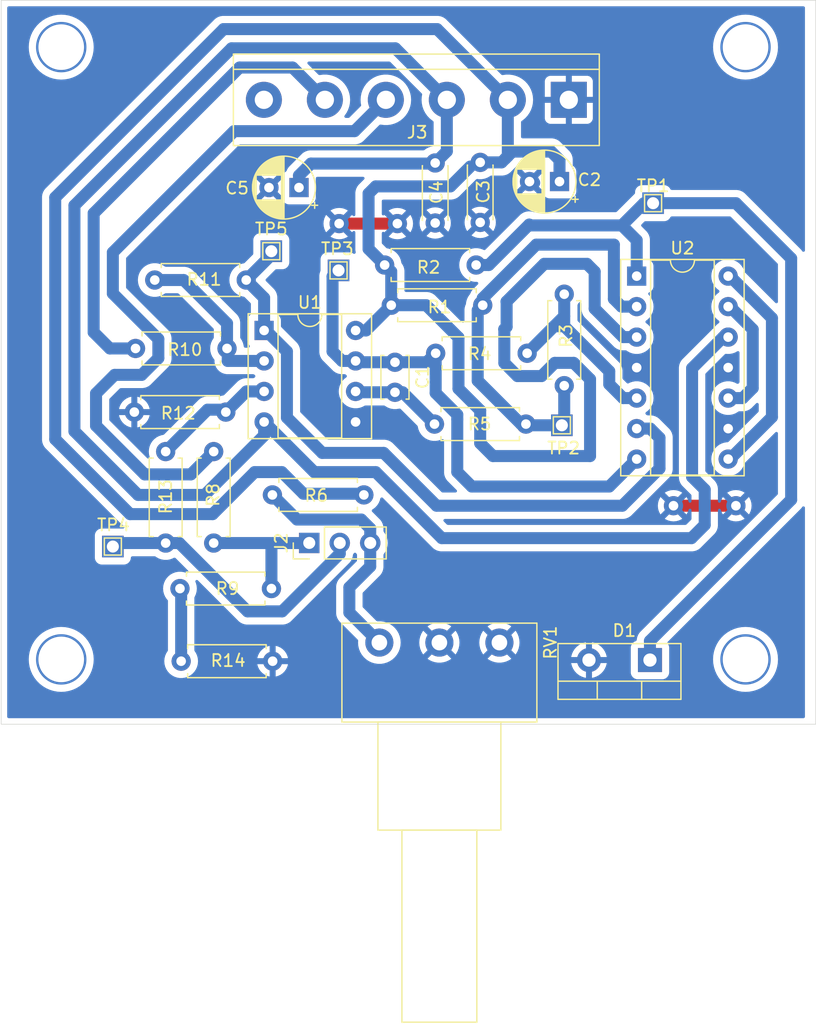
<source format=kicad_pcb>
(kicad_pcb (version 20240108) (generator "pcbnew") (generator_version "8.0")
  (layers (0 "F.Cu" signal) (31 "B.Cu" signal) (34 "B.Paste" user) (35 "F.Paste" user) (36 "B.SilkS" user "B.Silkscreen") (37 "F.SilkS" user "F.Silkscreen") (38 "B.Mask" user) (39 "F.Mask" user) (44 "Edge.Cuts" user))
  (net 0 "")
  (net 1 "Net-(U1B--)")
  (net 2 "Vcc")
  (net 3 "0")
  (net 4 "Vo")
  (net 5 "Vsin")
  (net 6 "Net-(J2-Pin_3)")
  (net 7 "Net-(U1A-+)")
  (net 8 "Net-(U1A--)")
  (net 9 "-Vcc")
  (net 10 "Net-(J2-Pin_1)")
  (net 11 "Net-(U2A-+)")
  (net 12 "Net-(R14-Pad1)")
  (net 13 "Vref")
  (net 14 "Net-(U2D--)")
  (net 15 "Net-(U2C--)")
  (net 16 "Vtriang")
  (net 17 "Vcuad")
  (net 18 "Verr")
  (net 19 "Vcomp")
  (footprint "TestPoint:TestPoint_THTPad_1.3x1.3mm_Drill0.7mm" (layer "F.Cu") (at 139.1 81.6)
    (property "Reference" "TP3" (at -0.1 -1.8 0) (layer "F.SilkS"))
    (property "Value" "Vtriang")
    (pad "1" thru_hole rect (at 0 0) (size 1.8 1.8) (drill 1) (layers "*.Cu" "*.Mask") (net 16 "Vtriang"))
  )
  (footprint "Package_DIP:DIP-8_W7.62mm_Socket" (layer "F.Cu") (at 132.9 86.6)
    (property "Reference" "U1" (at 3.81 -2.33 0) (layer "F.SilkS"))
    (property "Value" "TL082")
    (pad "1" thru_hole rect (at 0 0) (size 1.6 1.6) (drill 0.8) (layers "*.Cu" "*.Mask") (net 18 "Verr"))
    (pad "2" thru_hole oval (at 0 2.54) (size 1.6 1.6) (drill 0.8) (layers "*.Cu" "*.Mask") (net 8 "Net-(U1A--)"))
    (pad "3" thru_hole oval (at 0 5.08) (size 1.6 1.6) (drill 0.8) (layers "*.Cu" "*.Mask") (net 7 "Net-(U1A-+)"))
    (pad "4" thru_hole oval (at 0 7.62) (size 1.6 1.6) (drill 0.8) (layers "*.Cu" "*.Mask") (net 9 "-Vcc"))
    (pad "5" thru_hole oval (at 7.62 7.62) (size 1.6 1.6) (drill 0.8) (layers "*.Cu" "*.Mask") (net 3 "0"))
    (pad "6" thru_hole oval (at 7.62 5.08) (size 1.6 1.6) (drill 0.8) (layers "*.Cu" "*.Mask") (net 1 "Net-(U1B--)"))
    (pad "7" thru_hole oval (at 7.62 2.54) (size 1.6 1.6) (drill 0.8) (layers "*.Cu" "*.Mask") (net 16 "Vtriang"))
    (pad "8" thru_hole oval (at 7.62 0) (size 1.6 1.6) (drill 0.8) (layers "*.Cu" "*.Mask") (net 2 "Vcc"))
  )
  (footprint "" (layer "F.Cu") (at 144 77.7)
    (property "Reference" "" (at 0 0 0) (layer "F.SilkS") (effects (font (size 1.27 1.27))))
    (property "Value" "")
    (pad "2" thru_hole circle (at 0 0 270) (size 1.6 1.6) (drill 0.8) (layers "*.Cu" "*.Mask") (net 3 "0"))
  )
  (footprint "Resistor_THT:R_Axial_DIN0207_L6.3mm_D2.5mm_P7.62mm_Horizontal" (layer "F.Cu") (at 141.21 100.3 180)
    (property "Reference" "R6" (at 3.96 -0.05 0) (layer "F.SilkS"))
    (property "Value" "8,2k")
    (pad "1" thru_hole circle (at 0 0 180) (size 1.6 1.6) (drill 0.8) (layers "*.Cu" "*.Mask") (net 2 "Vcc"))
    (pad "2" thru_hole oval (at 7.62 0 180) (size 1.6 1.6) (drill 0.8) (layers "*.Cu" "*.Mask") (net 6 "Net-(J2-Pin_3)"))
  )
  (footprint "Package_DIP:DIP-14_W7.62mm_Socket" (layer "F.Cu") (at 163.934315 82.075)
    (property "Reference" "U2" (at 3.81 -2.33 0) (layer "F.SilkS"))
    (property "Value" "LM2901")
    (pad "1" thru_hole rect (at 0 0) (size 1.6 1.6) (drill 0.8) (layers "*.Cu" "*.Mask") (net 4 "Vo"))
    (pad "2" thru_hole oval (at 0 2.54) (size 1.6 1.6) (drill 0.8) (layers "*.Cu" "*.Mask") (net 17 "Vcuad"))
    (pad "3" thru_hole oval (at 0 5.08) (size 1.6 1.6) (drill 0.8) (layers "*.Cu" "*.Mask") (net 2 "Vcc"))
    (pad "4" thru_hole oval (at 0 7.62) (size 1.6 1.6) (drill 0.8) (layers "*.Cu" "*.Mask") (net 3 "0"))
    (pad "5" thru_hole oval (at 0 10.16) (size 1.6 1.6) (drill 0.8) (layers "*.Cu" "*.Mask") (net 11 "Net-(U2A-+)"))
    (pad "6" thru_hole oval (at 0 12.7) (size 1.6 1.6) (drill 0.8) (layers "*.Cu" "*.Mask") (net 18 "Verr"))
    (pad "7" thru_hole oval (at 0 15.24) (size 1.6 1.6) (drill 0.8) (layers "*.Cu" "*.Mask") (net 16 "Vtriang"))
    (pad "8" thru_hole oval (at 7.62 15.24) (size 1.6 1.6) (drill 0.8) (layers "*.Cu" "*.Mask") (net 14 "Net-(U2D--)"))
    (pad "9" thru_hole oval (at 7.62 12.7) (size 1.6 1.6) (drill 0.8) (layers "*.Cu" "*.Mask") (net 3 "0"))
    (pad "10" thru_hole oval (at 7.62 10.16) (size 1.6 1.6) (drill 0.8) (layers "*.Cu" "*.Mask") (net 15 "Net-(U2C--)"))
    (pad "11" thru_hole oval (at 7.62 7.62) (size 1.6 1.6) (drill 0.8) (layers "*.Cu" "*.Mask") (net 3 "0"))
    (pad "12" thru_hole oval (at 7.62 5.08) (size 1.6 1.6) (drill 0.8) (layers "*.Cu" "*.Mask") (net 9 "-Vcc"))
    (pad "13" thru_hole oval (at 7.62 2.54) (size 1.6 1.6) (drill 0.8) (layers "*.Cu" "*.Mask") (net 15 "Net-(U2C--)"))
    (pad "14" thru_hole oval (at 7.62 0) (size 1.6 1.6) (drill 0.8) (layers "*.Cu" "*.Mask") (net 14 "Net-(U2D--)"))
  )
  (footprint "Resistor_THT:R_Axial_DIN0207_L6.3mm_D2.5mm_P7.62mm_Horizontal" (layer "F.Cu") (at 147.19 88.5)
    (property "Reference" "R4" (at 3.66 0.05 0) (layer "F.SilkS"))
    (property "Value" "5,1k")
    (pad "1" thru_hole circle (at 0 0) (size 1.6 1.6) (drill 0.8) (layers "*.Cu" "*.Mask") (net 16 "Vtriang"))
    (pad "2" thru_hole oval (at 7.62 0) (size 1.6 1.6) (drill 0.8) (layers "*.Cu" "*.Mask") (net 11 "Net-(U2A-+)"))
  )
  (footprint "Resistor_THT:R_Axial_DIN0207_L6.3mm_D2.5mm_P7.62mm_Horizontal" (layer "F.Cu") (at 131.41 82.4 180)
    (property "Reference" "R11" (at 3.51 0.05 0) (layer "F.SilkS"))
    (property "Value" "100k")
    (pad "1" thru_hole circle (at 0 0 180) (size 1.6 1.6) (drill 0.8) (layers "*.Cu" "*.Mask") (net 18 "Verr"))
    (pad "2" thru_hole oval (at 7.62 0 180) (size 1.6 1.6) (drill 0.8) (layers "*.Cu" "*.Mask") (net 8 "Net-(U1A--)"))
  )
  (footprint "Resistor_THT:R_Axial_DIN0207_L6.3mm_D2.5mm_P7.62mm_Horizontal" (layer "F.Cu") (at 157.9 91.2 90)
    (property "Reference" "R3" (at 4.15 0.15 90) (layer "F.SilkS"))
    (property "Value" "220k")
    (pad "1" thru_hole circle (at 0 0 90) (size 1.6 1.6) (drill 0.8) (layers "*.Cu" "*.Mask") (net 17 "Vcuad"))
    (pad "2" thru_hole oval (at 7.62 0 90) (size 1.6 1.6) (drill 0.8) (layers "*.Cu" "*.Mask") (net 11 "Net-(U2A-+)"))
  )
  (footprint "TestPoint:TestPoint_THTPad_1.3x1.3mm_Drill0.7mm" (layer "F.Cu") (at 120.3 104.6)
    (property "Reference" "TP4" (at 0.05 -1.8 0) (layer "F.SilkS"))
    (property "Value" "Vcomp")
    (pad "1" thru_hole rect (at 0 0) (size 1.8 1.8) (drill 1) (layers "*.Cu" "*.Mask") (net 19 "Vcomp"))
  )
  (footprint "Capacitor_THT:C_Disc_D4.3mm_W1.9mm_P5.00mm" (layer "F.Cu") (at 150.9 72.6 -90)
    (property "Reference" "C3" (at 2.45 -0.25 -90) (layer "F.SilkS"))
    (property "Value" "10n")
    (pad "1" thru_hole circle (at 0 0 270) (size 1.6 1.6) (drill 0.8) (layers "*.Cu" "*.Mask") (net 2 "Vcc"))
    (pad "2" thru_hole circle (at 5 0 270) (size 1.6 1.6) (drill 0.8) (layers "*.Cu" "*.Mask") (net 3 "0"))
  )
  (footprint "Package_TO_SOT_THT:TO-220-2_Vertical" (layer "F.Cu") (at 165.04 114.055 180)
    (property "Reference" "D1" (at 2.14 2.455 180) (layer "F.SilkS"))
    (property "Value" "D_Schottky")
    (pad "1" thru_hole rect (at 0 0 180) (size 2 2) (drill 1.1) (layers "*.Cu" "*.Mask") (net 4 "Vo"))
    (pad "2" thru_hole oval (at 5.08 0 180) (size 2 2) (drill 1.1) (layers "*.Cu" "*.Mask") (net 3 "0"))
  )
  (footprint "Resistor_THT:R_Axial_DIN0207_L6.3mm_D2.5mm_P7.62mm_Horizontal" (layer "F.Cu") (at 125.99 114.15)
    (property "Reference" "R14" (at 3.91 -0.05 0) (layer "F.SilkS"))
    (property "Value" "10")
    (pad "1" thru_hole circle (at 0 0) (size 1.6 1.6) (drill 0.8) (layers "*.Cu" "*.Mask") (net 12 "Net-(R14-Pad1)"))
    (pad "2" thru_hole oval (at 7.62 0) (size 1.6 1.6) (drill 0.8) (layers "*.Cu" "*.Mask") (net 3 "0"))
  )
  (footprint "Resistor_THT:R_Axial_DIN0207_L6.3mm_D2.5mm_P7.62mm_Horizontal" (layer "F.Cu") (at 151.11 84.5 180)
    (property "Reference" "R1" (at 3.61 -0.15 0) (layer "F.SilkS"))
    (property "Value" "10k")
    (pad "1" thru_hole circle (at 0 0 180) (size 1.6 1.6) (drill 0.8) (layers "*.Cu" "*.Mask") (net 17 "Vcuad"))
    (pad "2" thru_hole oval (at 7.62 0 180) (size 1.6 1.6) (drill 0.8) (layers "*.Cu" "*.Mask") (net 2 "Vcc"))
  )
  (footprint "Resistor_THT:R_Axial_DIN0207_L6.3mm_D2.5mm_P7.62mm_Horizontal" (layer "F.Cu") (at 150.56 81.15 180)
    (property "Reference" "R2" (at 3.96 -0.2 0) (layer "F.SilkS"))
    (property "Value" "500")
    (pad "1" thru_hole circle (at 0 0 180) (size 1.6 1.6) (drill 0.8) (layers "*.Cu" "*.Mask") (net 4 "Vo"))
    (pad "2" thru_hole oval (at 7.62 0 180) (size 1.6 1.6) (drill 0.8) (layers "*.Cu" "*.Mask") (net 2 "Vcc"))
  )
  (footprint "Resistor_THT:R_Axial_DIN0207_L6.3mm_D2.5mm_P7.62mm_Horizontal" (layer "F.Cu") (at 124.7 96.69 -90)
    (property "Reference" "R13" (at 3.76 0 90) (layer "F.SilkS"))
    (property "Value" "100k")
    (pad "1" thru_hole circle (at 0 0 270) (size 1.6 1.6) (drill 0.8) (layers "*.Cu" "*.Mask") (net 7 "Net-(U1A-+)"))
    (pad "2" thru_hole oval (at 7.62 0 270) (size 1.6 1.6) (drill 0.8) (layers "*.Cu" "*.Mask") (net 19 "Vcomp"))
  )
  (footprint "TestPoint:TestPoint_THTPad_1.3x1.3mm_Drill0.7mm" (layer "F.Cu") (at 165.3 76)
    (property "Reference" "TP1" (at 0 -1.448 0) (layer "F.SilkS"))
    (property "Value" "Vo")
    (pad "1" thru_hole rect (at 0 0) (size 1.8 1.8) (drill 1) (layers "*.Cu" "*.Mask") (net 4 "Vo"))
  )
  (footprint "TestPoint:TestPoint_THTPad_1.3x1.3mm_Drill0.7mm" (layer "F.Cu") (at 157.7 94.5)
    (property "Reference" "TP2" (at 0.15 1.9 0) (layer "F.SilkS"))
    (property "Value" "Vcuad")
    (pad "1" thru_hole rect (at 0 0) (size 1.8 1.8) (drill 1) (layers "*.Cu" "*.Mask") (net 17 "Vcuad"))
  )
  (footprint "" (layer "F.Cu") (at 167 101.2)
    (property "Reference" "" (at 0 0 0) (layer "F.SilkS") (effects (font (size 1.27 1.27))))
    (property "Value" "")
    (pad "2" thru_hole circle (at 0 0 270) (size 1.6 1.6) (drill 0.8) (layers "*.Cu" "*.Mask") (net 3 "0"))
  )
  (footprint "Resistor_THT:R_Axial_DIN0207_L6.3mm_D2.5mm_P7.62mm_Horizontal" (layer "F.Cu") (at 128.7 104.31 90)
    (property "Reference" "R8" (at 4.01 -0.05 90) (layer "F.SilkS"))
    (property "Value" "120")
    (pad "1" thru_hole circle (at 0 0 90) (size 1.6 1.6) (drill 0.8) (layers "*.Cu" "*.Mask") (net 10 "Net-(J2-Pin_1)"))
    (pad "2" thru_hole oval (at 7.62 0 90) (size 1.6 1.6) (drill 0.8) (layers "*.Cu" "*.Mask") (net 5 "Vsin"))
  )
  (footprint "Connector_PinHeader_2.54mm:PinHeader_1x03_P2.54mm_Vertical" (layer "F.Cu") (at 136.66 104.3 90)
    (property "Reference" "J2" (at 0 -2.33 90) (layer "F.SilkS"))
    (property "Value" "Conn_01x03_Socket")
    (pad "1" thru_hole rect (at 0 0 90) (size 1.7 1.7) (drill 1) (layers "*.Cu" "*.Mask") (net 10 "Net-(J2-Pin_1)"))
    (pad "2" thru_hole oval (at 0 2.54 90) (size 1.7 1.7) (drill 1) (layers "*.Cu" "*.Mask") (net 19 "Vcomp"))
    (pad "3" thru_hole oval (at 0 5.08 90) (size 1.7 1.7) (drill 1) (layers "*.Cu" "*.Mask") (net 6 "Net-(J2-Pin_3)"))
  )
  (footprint "Resistor_THT:R_Axial_DIN0207_L6.3mm_D2.5mm_P7.62mm_Horizontal" (layer "F.Cu") (at 129.71 93.4 180)
    (property "Reference" "R12" (at 3.96 -0.1 0) (layer "F.SilkS"))
    (property "Value" "100k")
    (pad "1" thru_hole circle (at 0 0 180) (size 1.6 1.6) (drill 0.8) (layers "*.Cu" "*.Mask") (net 7 "Net-(U1A-+)"))
    (pad "2" thru_hole oval (at 7.62 0 180) (size 1.6 1.6) (drill 0.8) (layers "*.Cu" "*.Mask") (net 3 "0"))
  )
  (footprint "TestPoint:TestPoint_THTPad_1.3x1.3mm_Drill0.7mm" (layer "F.Cu") (at 133.5 80)
    (property "Reference" "TP5" (at 0 -1.85 0) (layer "F.SilkS"))
    (property "Value" "Verr")
    (pad "1" thru_hole rect (at 0 0) (size 1.8 1.8) (drill 1) (layers "*.Cu" "*.Mask") (net 18 "Verr"))
  )
  (footprint "" (layer "F.Cu") (at 172.2 101.2)
    (property "Reference" "" (at 0 0 0) (layer "F.SilkS") (effects (font (size 1.27 1.27))))
    (property "Value" "")
    (pad "2" thru_hole circle (at 0 0 270) (size 1.6 1.6) (drill 0.8) (layers "*.Cu" "*.Mask") (net 3 "0"))
  )
  (footprint "Capacitor_THT:CP_Radial_D5.0mm_P2.50mm" (layer "F.Cu") (at 157.505112 74.2 180)
    (property "Reference" "C2" (at -2.494888 0.15 0) (layer "F.SilkS"))
    (property "Value" "10u")
    (pad "1" thru_hole rect (at 0 0 180) (size 1.6 1.6) (drill 0.8) (layers "*.Cu" "*.Mask") (net 2 "Vcc"))
    (pad "2" thru_hole circle (at 2.5 0 180) (size 1.6 1.6) (drill 0.8) (layers "*.Cu" "*.Mask") (net 3 "0"))
  )
  (footprint "Resistor_THT:R_Axial_DIN0207_L6.3mm_D2.5mm_P7.62mm_Horizontal" (layer "F.Cu") (at 133.51 108.1 180)
    (property "Reference" "R9" (at 3.66 0 0) (layer "F.SilkS"))
    (property "Value" "68")
    (pad "1" thru_hole circle (at 0 0 180) (size 1.6 1.6) (drill 0.8) (layers "*.Cu" "*.Mask") (net 10 "Net-(J2-Pin_1)"))
    (pad "2" thru_hole oval (at 7.62 0 180) (size 1.6 1.6) (drill 0.8) (layers "*.Cu" "*.Mask") (net 12 "Net-(R14-Pad1)"))
  )
  (footprint "Capacitor_THT:C_Disc_D3.4mm_W2.1mm_P2.50mm" (layer "F.Cu") (at 143.8 89.25 -90)
    (property "Reference" "C1" (at 1.25 -2.3 90) (layer "F.SilkS"))
    (property "Value" "100p")
    (pad "1" thru_hole circle (at 0 0 270) (size 1.6 1.6) (drill 0.8) (layers "*.Cu" "*.Mask") (net 16 "Vtriang"))
    (pad "2" thru_hole circle (at 2.5 0 270) (size 1.6 1.6) (drill 0.8) (layers "*.Cu" "*.Mask") (net 1 "Net-(U1B--)"))
  )
  (footprint "Resistor_THT:R_Axial_DIN0207_L6.3mm_D2.5mm_P7.62mm_Horizontal" (layer "F.Cu") (at 147.09 94.4)
    (property "Reference" "R5" (at 3.76 0 0) (layer "F.SilkS"))
    (property "Value" "39k")
    (pad "1" thru_hole circle (at 0 0) (size 1.6 1.6) (drill 0.8) (layers "*.Cu" "*.Mask") (net 1 "Net-(U1B--)"))
    (pad "2" thru_hole oval (at 7.62 0) (size 1.6 1.6) (drill 0.8) (layers "*.Cu" "*.Mask") (net 17 "Vcuad"))
  )
  (footprint "Resistor_THT:R_Axial_DIN0207_L6.3mm_D2.5mm_P7.62mm_Horizontal" (layer "F.Cu") (at 129.81 88.1 180)
    (property "Reference" "R10" (at 3.51 -0.1 0) (layer "F.SilkS"))
    (property "Value" "100k")
    (pad "1" thru_hole circle (at 0 0 180) (size 1.6 1.6) (drill 0.8) (layers "*.Cu" "*.Mask") (net 8 "Net-(U1A--)"))
    (pad "2" thru_hole oval (at 7.62 0 180) (size 1.6 1.6) (drill 0.8) (layers "*.Cu" "*.Mask") (net 13 "Vref"))
  )
  (footprint "TerminalBlock:TerminalBlock_bornier-6_P5.08mm" (layer "F.Cu") (at 158.28 67.39 180)
    (property "Reference" "J3" (at 12.63 -2.71 0) (layer "F.SilkS"))
    (property "Value" "Conn_01x06_Socket")
    (pad "1" thru_hole rect (at 0 0 180) (size 3 3) (drill 1.52) (layers "*.Cu" "*.Mask") (net 3 "0"))
    (pad "2" thru_hole circle (at 5.08 0 180) (size 3 3) (drill 1.52) (layers "*.Cu" "*.Mask") (net 2 "Vcc"))
    (pad "3" thru_hole circle (at 10.16 0 180) (size 3 3) (drill 1.52) (layers "*.Cu" "*.Mask") (net 9 "-Vcc"))
    (pad "4" thru_hole circle (at 15.24 0 180) (size 3 3) (drill 1.52) (layers "*.Cu" "*.Mask") (net 5 "Vsin"))
    (pad "5" thru_hole circle (at 20.32 0 180) (size 3 3) (drill 1.52) (layers "*.Cu" "*.Mask") (net 13 "Vref"))
    (pad "6" thru_hole circle (at 25.4 0 180) (size 3 3) (drill 1.52) (layers "*.Cu" "*.Mask"))
  )
  (footprint "Potentiometer_THT:Potentiometer_Piher_PC-16_Single_Horizontal" (layer "F.Cu") (at 142.5 112.6 -90)
    (property "Reference" "RV1" (at 0 -14.25 90) (layer "F.SilkS"))
    (property "Value" "10k")
    (pad "1" thru_hole circle (at 0 0 270) (size 2.34 2.34) (drill 1.3) (layers "*.Cu" "*.Mask") (net 6 "Net-(J2-Pin_3)"))
    (pad "2" thru_hole circle (at 0 -5 270) (size 2.34 2.34) (drill 1.3) (layers "*.Cu" "*.Mask") (net 3 "0"))
    (pad "3" thru_hole circle (at 0 -10 270) (size 2.34 2.34) (drill 1.3) (layers "*.Cu" "*.Mask") (net 3 "0"))
  )
  (footprint "" (layer "F.Cu") (at 139.15 77.7)
    (property "Reference" "" (at 0 0 0) (layer "F.SilkS") (effects (font (size 1.27 1.27))))
    (property "Value" "")
    (pad "2" thru_hole circle (at 0 0 270) (size 1.6 1.6) (drill 0.8) (layers "*.Cu" "*.Mask") (net 3 "0"))
  )
  (footprint "Capacitor_THT:C_Disc_D4.3mm_W1.9mm_P5.00mm" (layer "F.Cu") (at 147.15 77.65 90)
    (property "Reference" "C4" (at 2.55 0.1 90) (layer "F.SilkS"))
    (property "Value" "10n")
    (pad "1" thru_hole circle (at 0 0 90) (size 1.6 1.6) (drill 0.8) (layers "*.Cu" "*.Mask") (net 3 "0"))
    (pad "2" thru_hole circle (at 5 0 90) (size 1.6 1.6) (drill 0.8) (layers "*.Cu" "*.Mask") (net 9 "-Vcc"))
  )
  (footprint "Capacitor_THT:CP_Radial_D5.0mm_P2.50mm" (layer "F.Cu") (at 135.805113 74.7 180)
    (property "Reference" "C5" (at 5.155113 -0.05 0) (layer "F.SilkS"))
    (property "Value" "10u")
    (pad "1" thru_hole rect (at 0 0 180) (size 1.6 1.6) (drill 0.8) (layers "*.Cu" "*.Mask") (net 9 "-Vcc"))
    (pad "2" thru_hole circle (at 2.5 0 180) (size 1.6 1.6) (drill 0.8) (layers "*.Cu" "*.Mask") (net 3 "0"))
  )
  (gr_circle (center 116 114) (end 118 114) (stroke (width 0.2)) (fill none) (layer "B.Cu"))
  (gr_circle (center 173 63) (end 175 63) (stroke (width 0.2)) (fill none) (layer "B.Cu"))
  (gr_circle (center 116 63) (end 118 63) (stroke (width 0.2)) (fill none) (layer "B.Cu"))
  (gr_circle (center 173 114) (end 175 114) (stroke (width 0.2)) (fill none) (layer "B.Cu"))
  (gr_rect (start 111 59.1) (end 178.85 119.4) (stroke (width 0.05)) (fill none) (layer "Edge.Cuts"))
  (segment (start 140.59 91.75) (end 140.52 91.68) (width 1) (layer "B.Cu") (net 1))
  (segment (start 144.44 91.75) (end 147.09 94.4) (width 1) (layer "B.Cu") (net 1))
  (segment (start 143.8 91.75) (end 140.59 91.75) (width 1) (layer "B.Cu") (net 1))
  (segment (start 143.8 91.75) (end 144.44 91.75) (width 1) (layer "B.Cu") (net 1))
  (segment (start 157.505112 72.4) (end 157.505112 74.2) (width 1) (layer "B.Cu") (net 2))
  (segment (start 121.737258 101.9) (end 128.614112 101.9) (width 1) (layer "B.Cu") (net 2))
  (segment (start 156.012994 90.4) (end 157.112994 89.3) (width 1) (layer "B.Cu") (net 2))
  (segment (start 136.177006 100.2) (end 141.11 100.2) (width 1) (layer "B.Cu") (net 2))
  (segment (start 160.05 90.662994) (end 160.05 97.063427) (width 1) (layer "B.Cu") (net 2))
  (segment (start 158.687006 89.3) (end 160.05 90.662994) (width 1) (layer "B.Cu") (net 2))
  (segment (start 153.1 84.2) (end 153.1 86.3) (width 1) (layer "B.Cu") (net 2))
  (segment (start 153.2 72.08137) (end 153.2 67.39) (width 1) (layer "B.Cu") (net 2))
  (segment (start 152.91 89.31) (end 154 90.4) (width 1) (layer "B.Cu") (net 2))
  (segment (start 150.9 96) (end 150.9 93.260252) (width 1) (layer "B.Cu") (net 2))
  (segment (start 160.434315 84.78637) (end 160.434315 81.7) (width 1) (layer "B.Cu") (net 2))
  (segment (start 150.9 93.260252) (end 149.09 91.450252) (width 1) (layer "B.Cu") (net 2))
  (segment (start 141.6 79.81) (end 141.6 75.2) (width 1) (layer "B.Cu") (net 2))
  (segment (start 152.98137 72.3) (end 153.2 72.08137) (width 1) (layer "B.Cu") (net 2))
  (segment (start 152.91 86.51) (end 152.91 89.31) (width 1) (layer "B.Cu") (net 2))
  (segment (start 150.9 72.6) (end 152.68137 72.6) (width 1) (layer "B.Cu") (net 2))
  (segment (start 156.238226 81.05) (end 153.094113 84.194113) (width 1) (layer "B.Cu") (net 2))
  (segment (start 152.9 86.5) (end 152.91 86.51) (width 1) (layer "B.Cu") (net 2))
  (segment (start 153.58137 71.7) (end 156.805112 71.7) (width 1) (layer "B.Cu") (net 2))
  (segment (start 156.805112 71.7) (end 157.505112 72.4) (width 1) (layer "B.Cu") (net 2))
  (segment (start 160.434315 81.7) (end 159.784315 81.05) (width 1) (layer "B.Cu") (net 2))
  (segment (start 146.4 84.5) (end 143.49 84.5) (width 1) (layer "B.Cu") (net 2))
  (segment (start 132.114112 98.4) (end 134.377006 98.4) (width 1) (layer "B.Cu") (net 2))
  (segment (start 128.614112 101.9) (end 132.114112 98.4) (width 1) (layer "B.Cu") (net 2))
  (segment (start 141.11 100.2) (end 141.21 100.3) (width 1) (layer "B.Cu") (net 2))
  (segment (start 160.05 97.063427) (end 151.963427 97.063427) (width 1) (layer "B.Cu") (net 2))
  (segment (start 134.377006 98.4) (end 136.177006 100.2) (width 1) (layer "B.Cu") (net 2))
  (segment (start 157.112994 89.3) (end 158.687006 89.3) (width 1) (layer "B.Cu") (net 2))
  (segment (start 152.98137 72.3) (end 153.58137 71.7) (width 1) (layer "B.Cu") (net 2))
  (segment (start 152.68137 72.6) (end 152.98137 72.3) (width 1) (layer "B.Cu") (net 2))
  (segment (start 142.2 74.6) (end 148.41863 74.6) (width 1) (layer "B.Cu") (net 2))
  (segment (start 141.39 86.6) (end 143.49 84.5) (width 1) (layer "B.Cu") (net 2))
  (segment (start 115.5 75.524516) (end 115.5 95.662742) (width 1) (layer "B.Cu") (net 2))
  (segment (start 148.41863 74.6) (end 150.06863 72.95) (width 1) (layer "B.Cu") (net 2))
  (segment (start 154 90.4) (end 156.012994 90.4) (width 1) (layer "B.Cu") (net 2))
  (segment (start 129.524516 61.5) (end 115.5 75.524516) (width 1) (layer "B.Cu") (net 2))
  (segment (start 163.934315 87.155) (end 162.802945 87.155) (width 1) (layer "B.Cu") (net 2))
  (segment (start 153.094113 84.194113) (end 153.1 84.2) (width 1) (layer "B.Cu") (net 2))
  (segment (start 153.2 67.39) (end 147.31 61.5) (width 1) (layer "B.Cu") (net 2))
  (segment (start 115.5 95.662742) (end 121.737258 101.9) (width 1) (layer "B.Cu") (net 2))
  (segment (start 153.1 86.3) (end 152.9 86.5) (width 1) (layer "B.Cu") (net 2))
  (segment (start 140.52 86.6) (end 141.39 86.6) (width 1) (layer "B.Cu") (net 2))
  (segment (start 149.09 87.19) (end 146.4 84.5) (width 1) (layer "B.Cu") (net 2))
  (segment (start 162.802945 87.155) (end 160.434315 84.78637) (width 1) (layer "B.Cu") (net 2))
  (segment (start 141.6 75.2) (end 142.2 74.6) (width 1) (layer "B.Cu") (net 2))
  (segment (start 143.49 81.7) (end 141.6 79.81) (width 1) (layer "B.Cu") (net 2))
  (segment (start 143.49 84.5) (end 143.49 81.7) (width 1) (layer "B.Cu") (net 2))
  (segment (start 151.963427 97.063427) (end 150.9 96) (width 1) (layer "B.Cu") (net 2))
  (segment (start 147.31 61.5) (end 129.524516 61.5) (width 1) (layer "B.Cu") (net 2))
  (segment (start 159.784315 81.05) (end 156.238226 81.05) (width 1) (layer "B.Cu") (net 2))
  (segment (start 149.09 91.450252) (end 149.09 87.19) (width 1) (layer "B.Cu") (net 2))
  (segment (start 167 101.2) (end 172.2 101.2) (width 1) (layer "F.Cu") (net 3))
  (segment (start 144 77.7) (end 139.6 77.7) (width 1) (layer "F.Cu") (net 3))
  (segment (start 155.05 73.95) (end 155.4 74.3) (width 1) (layer "B.Cu") (net 3))
  (segment (start 151.612742 81.15) (end 150.56 81.15) (width 1) (layer "B.Cu") (net 4))
  (segment (start 176.8 80.6) (end 172.2 76) (width 1) (layer "B.Cu") (net 4))
  (segment (start 165.04 114.055) (end 165.04 112.46) (width 1) (layer "B.Cu") (net 4))
  (segment (start 165.3 76) (end 164.547057 76) (width 1) (layer "B.Cu") (net 4))
  (segment (start 172.2 76) (end 165.3 76) (width 1) (layer "B.Cu") (net 4))
  (segment (start 155.05 77.85) (end 154.981371 77.781371) (width 1) (layer "B.Cu") (net 4))
  (segment (start 164.547057 76) (end 162.697057 77.85) (width 1) (layer "B.Cu") (net 4))
  (segment (start 154.981371 77.781371) (end 151.612742 81.15) (width 1) (layer "B.Cu") (net 4))
  (segment (start 176.8 100.7) (end 176.8 80.6) (width 1) (layer "B.Cu") (net 4))
  (segment (start 165.04 112.46) (end 176.8 100.7) (width 1) (layer "B.Cu") (net 4))
  (segment (start 162.697057 77.85) (end 155.05 77.85) (width 1) (layer "B.Cu") (net 4))
  (segment (start 162.697057 77.85) (end 163.934315 79.087258) (width 1) (layer "B.Cu") (net 4))
  (segment (start 163.934315 79.087258) (end 163.934315 82.075) (width 1) (layer "B.Cu") (net 4))
  (segment (start 120.3 80.1) (end 130.4 70) (width 1) (layer "B.Cu") (net 5))
  (segment (start 124.09 88.91) (end 124.09 87.312994) (width 1) (layer "B.Cu") (net 5))
  (segment (start 126.8 98.59) (end 122.952742 98.59) (width 1) (layer "B.Cu") (net 5))
  (segment (start 118.9 94.537258) (end 118.9 91.85) (width 1) (layer "B.Cu") (net 5))
  (segment (start 140.43 70) (end 143.04 67.39) (width 1) (layer "B.Cu") (net 5))
  (segment (start 120.45 90.3) (end 122.7 90.3) (width 1) (layer "B.Cu") (net 5))
  (segment (start 120.3 83.522994) (end 120.3 80.1) (width 1) (layer "B.Cu") (net 5))
  (segment (start 122.952742 98.59) (end 118.9 94.537258) (width 1) (layer "B.Cu") (net 5))
  (segment (start 130.4 70) (end 140.43 70) (width 1) (layer "B.Cu") (net 5))
  (segment (start 118.9 91.85) (end 120.45 90.3) (width 1) (layer "B.Cu") (net 5))
  (segment (start 124.09 87.312994) (end 120.3 83.522994) (width 1) (layer "B.Cu") (net 5))
  (segment (start 122.7 90.3) (end 124.09 88.91) (width 1) (layer "B.Cu") (net 5))
  (segment (start 128.7 96.69) (end 126.8 98.59) (width 1) (layer "B.Cu") (net 5))
  (segment (start 141.74 103.097919) (end 140.992081 102.35) (width 1) (layer "B.Cu") (net 6))
  (segment (start 141.74 103.097919) (end 141.74 104.3) (width 1) (layer "B.Cu") (net 6))
  (segment (start 140 110.1) (end 142.5 112.6) (width 1) (layer "B.Cu") (net 6))
  (segment (start 135.64 102.35) (end 133.59 100.3) (width 1) (layer "B.Cu") (net 6))
  (segment (start 141.74 106.26) (end 140 108) (width 1) (layer "B.Cu") (net 6))
  (segment (start 140 108) (end 140 110.1) (width 1) (layer "B.Cu") (net 6))
  (segment (start 140.992081 102.35) (end 135.64 102.35) (width 1) (layer "B.Cu") (net 6))
  (segment (start 141.74 104.3) (end 141.74 106.26) (width 1) (layer "B.Cu") (net 6))
  (segment (start 129.71 93.4) (end 131.43 91.68) (width 1) (layer "B.Cu") (net 7))
  (segment (start 131.43 91.68) (end 132.9 91.68) (width 1) (layer "B.Cu") (net 7))
  (segment (start 128.19 93.2) (end 129.51 93.2) (width 1) (layer "B.Cu") (net 7))
  (segment (start 129.51 93.2) (end 129.71 93.4) (width 1) (layer "B.Cu") (net 7))
  (segment (start 124.7 96.69) (end 128.19 93.2) (width 1) (layer "B.Cu") (net 7))
  (segment (start 129.87 88.16) (end 129.81 88.1) (width 1) (layer "B.Cu") (net 8))
  (segment (start 132.9 89.14) (end 129.87 89.14) (width 1) (layer "B.Cu") (net 8))
  (segment (start 129.87 89.14) (end 129.87 88.16) (width 1) (layer "B.Cu") (net 8))
  (segment (start 126.2 82.4) (end 129.81 86.01) (width 1) (layer "B.Cu") (net 8))
  (segment (start 123.79 82.4) (end 126.2 82.4) (width 1) (layer "B.Cu") (net 8))
  (segment (start 129.81 88.1) (end 129.81 86.01) (width 1) (layer "B.Cu") (net 8))
  (segment (start 132.9 94.22) (end 132.9 95.35137) (width 1) (layer "B.Cu") (net 9))
  (segment (start 148.12 67.39) (end 148.12 71.68) (width 1) (layer "B.Cu") (net 9))
  (segment (start 148.12 71.68) (end 147.1 72.7) (width 1) (layer "B.Cu") (net 9))
  (segment (start 168.55 89.75) (end 168.55 98.8) (width 1) (layer "B.Cu") (net 9))
  (segment (start 171.554315 87.155) (end 171.145 87.155) (width 1) (layer "B.Cu") (net 9))
  (segment (start 168.55 98.8) (end 169.6 99.85) (width 1) (layer "B.Cu") (net 9))
  (segment (start 122.4 100.3) (end 117.1 95) (width 1) (layer "B.Cu") (net 9))
  (segment (start 171.145 87.155) (end 168.55 89.75) (width 1) (layer "B.Cu") (net 9))
  (segment (start 117.1 76.187258) (end 130.187258 63.1) (width 1) (layer "B.Cu") (net 9))
  (segment (start 147.1 72.7) (end 136.8 72.7) (width 1) (layer "B.Cu") (net 9))
  (segment (start 135.805113 73.694887) (end 135.805113 74.7) (width 1) (layer "B.Cu") (net 9))
  (segment (start 169.6 99.85) (end 169.6 102.8) (width 1) (layer "B.Cu") (net 9))
  (segment (start 169.6 102.8) (end 168.5 103.9) (width 1) (layer "B.Cu") (net 9))
  (segment (start 142.2 98.4) (end 137.08 98.4) (width 1) (layer "B.Cu") (net 9))
  (segment (start 127.95137 100.3) (end 122.4 100.3) (width 1) (layer "B.Cu") (net 9))
  (segment (start 168.5 103.9) (end 147.7 103.9) (width 1) (layer "B.Cu") (net 9))
  (segment (start 137.08 98.4) (end 132.9 94.22) (width 1) (layer "B.Cu") (net 9))
  (segment (start 130.187258 63.1) (end 143.83 63.1) (width 1) (layer "B.Cu") (net 9))
  (segment (start 117.1 95) (end 117.1 76.187258) (width 1) (layer "B.Cu") (net 9))
  (segment (start 147.7 103.9) (end 142.2 98.4) (width 1) (layer "B.Cu") (net 9))
  (segment (start 132.9 95.35137) (end 127.95137 100.3) (width 1) (layer "B.Cu") (net 9))
  (segment (start 136.8 72.7) (end 135.805113 73.694887) (width 1) (layer "B.Cu") (net 9))
  (segment (start 143.83 63.1) (end 148.12 67.39) (width 1) (layer "B.Cu") (net 9))
  (segment (start 133.6 104.31) (end 128.7 104.31) (width 1) (layer "B.Cu") (net 10))
  (segment (start 133.51 104.4) (end 133.6 104.31) (width 1) (layer "B.Cu") (net 10))
  (segment (start 133.6 104.31) (end 136.65 104.31) (width 1) (layer "B.Cu") (net 10))
  (segment (start 133.51 108.1) (end 133.51 104.4) (width 1) (layer "B.Cu") (net 10))
  (segment (start 136.65 104.31) (end 136.66 104.3) (width 1) (layer "B.Cu") (net 10))
  (segment (start 163.934315 92.235) (end 162.802945 92.235) (width 1) (layer "B.Cu") (net 11))
  (segment (start 157.9 83.58) (end 157.9 85.41) (width 1) (layer "B.Cu") (net 11))
  (segment (start 156.98 86.33) (end 154.81 88.5) (width 1) (layer "B.Cu") (net 11))
  (segment (start 162.802945 92.235) (end 161.65 91.082055) (width 1) (layer "B.Cu") (net 11))
  (segment (start 157.059748 86.250252) (end 156.98 86.33) (width 1) (layer "B.Cu") (net 11))
  (segment (start 157.9 85.41) (end 157.9 86.250252) (width 1) (layer "B.Cu") (net 11))
  (segment (start 157.9 86.250252) (end 161.65 90.000252) (width 1) (layer "B.Cu") (net 11))
  (segment (start 157.9 86.250252) (end 157.059748 86.250252) (width 1) (layer "B.Cu") (net 11))
  (segment (start 161.65 90.000252) (end 161.65 91.082055) (width 1) (layer "B.Cu") (net 11))
  (segment (start 157.9 85.41) (end 156.98 86.33) (width 1) (layer "B.Cu") (net 11))
  (segment (start 125.99 108.2) (end 125.89 108.1) (width 1) (layer "B.Cu") (net 12))
  (segment (start 125.99 114.15) (end 125.99 108.2) (width 1) (layer "B.Cu") (net 12))
  (segment (start 118.7 76.85) (end 130.85 64.7) (width 1) (layer "B.Cu") (net 13))
  (segment (start 120.05 88.1) (end 118.7 86.75) (width 1) (layer "B.Cu") (net 13))
  (segment (start 118.7 86.75) (end 118.7 76.85) (width 1) (layer "B.Cu") (net 13))
  (segment (start 122.19 88.1) (end 120.05 88.1) (width 1) (layer "B.Cu") (net 13))
  (segment (start 135.27 64.7) (end 137.96 67.39) (width 1) (layer "B.Cu") (net 13))
  (segment (start 130.85 64.7) (end 135.27 64.7) (width 1) (layer "B.Cu") (net 13))
  (segment (start 171.701321 82.075) (end 171.554315 82.075) (width 1) (layer "B.Cu") (net 14))
  (segment (start 175.2 93.816321) (end 175.2 85.573679) (width 1) (layer "B.Cu") (net 14))
  (segment (start 171.554315 97.315) (end 171.701321 97.315) (width 1) (layer "B.Cu") (net 14))
  (segment (start 175.2 85.573679) (end 171.701321 82.075) (width 1) (layer "B.Cu") (net 14))
  (segment (start 171.701321 97.315) (end 175.2 93.816321) (width 1) (layer "B.Cu") (net 14))
  (segment (start 171.554315 92.235) (end 172.765 92.235) (width 1) (layer "B.Cu") (net 15))
  (segment (start 172.765 92.235) (end 173.6 91.4) (width 1) (layer "B.Cu") (net 15))
  (segment (start 173.6 91.4) (end 173.6 86.513679) (width 1) (layer "B.Cu") (net 15))
  (segment (start 171.701321 84.615) (end 171.554315 84.615) (width 1) (layer "B.Cu") (net 15))
  (segment (start 173.6 86.513679) (end 171.701321 84.615) (width 1) (layer "B.Cu") (net 15))
  (segment (start 143.8 89.25) (end 146.44 89.25) (width 1) (layer "B.Cu") (net 16))
  (segment (start 148.99 98.39) (end 148.99 94) (width 1) (layer "B.Cu") (net 16))
  (segment (start 138.6 82.1) (end 139.1 81.6) (width 1) (layer "B.Cu") (net 16))
  (segment (start 148.99 93.612994) (end 148.99 94) (width 1) (layer "B.Cu") (net 16))
  (segment (start 138.6 88.35137) (end 138.6 82.1) (width 1) (layer "B.Cu") (net 16))
  (segment (start 147.19 88.5) (end 147.19 91.812994) (width 1) (layer "B.Cu") (net 16))
  (segment (start 140.63 89.25) (end 140.52 89.14) (width 1) (layer "B.Cu") (net 16))
  (segment (start 146.44 89.25) (end 147.19 88.5) (width 1) (layer "B.Cu") (net 16))
  (segment (start 161.649315 99.6) (end 150.2 99.6) (width 1) (layer "B.Cu") (net 16))
  (segment (start 143.8 89.25) (end 140.63 89.25) (width 1) (layer "B.Cu") (net 16))
  (segment (start 139.38863 89.14) (end 138.6 88.35137) (width 1) (layer "B.Cu") (net 16))
  (segment (start 140.52 89.14) (end 139.38863 89.14) (width 1) (layer "B.Cu") (net 16))
  (segment (start 163.934315 97.315) (end 161.649315 99.6) (width 1) (layer "B.Cu") (net 16))
  (segment (start 147.19 91.812994) (end 148.99 93.612994) (width 1) (layer "B.Cu") (net 16))
  (segment (start 150.2 99.6) (end 148.99 98.39) (width 1) (layer "B.Cu") (net 16))
  (segment (start 154.30249 94.4) (end 154.71 94.4) (width 1) (layer "B.Cu") (net 17))
  (segment (start 150.69 84.92) (end 150.69 90.78751) (width 1) (layer "B.Cu") (net 17))
  (segment (start 151.11 84.5) (end 151.11 83.915484) (width 1) (layer "B.Cu") (net 17))
  (segment (start 157.9 91.2) (end 157.9 94.3) (width 1) (layer "B.Cu") (net 17))
  (segment (start 151.11 83.915484) (end 155.575484 79.45) (width 1) (layer "B.Cu") (net 17))
  (segment (start 151.11 84.5) (end 150.69 84.92) (width 1) (layer "B.Cu") (net 17))
  (segment (start 154.81 94.5) (end 154.71 94.4) (width 1) (layer "B.Cu") (net 17))
  (segment (start 150.69 90.78751) (end 154.30249 94.4) (width 1) (layer "B.Cu") (net 17))
  (segment (start 162.034315 79.45) (end 162.034315 83.975) (width 1) (layer "B.Cu") (net 17))
  (segment (start 162.034315 83.975) (end 162.674315 84.615) (width 1) (layer "B.Cu") (net 17))
  (segment (start 162.674315 84.615) (end 163.934315 84.615) (width 1) (layer "B.Cu") (net 17))
  (segment (start 157.7 94.5) (end 154.81 94.5) (width 1) (layer "B.Cu") (net 17))
  (segment (start 157.9 94.3) (end 157.7 94.5) (width 1) (layer "B.Cu") (net 17))
  (segment (start 155.575484 79.45) (end 162.034315 79.45) (width 1) (layer "B.Cu") (net 17))
  (segment (start 142.862742 96.8) (end 147.262742 101.2) (width 1) (layer "B.Cu") (net 18))
  (segment (start 133.5 80) (end 133.5 80.31) (width 1) (layer "B.Cu") (net 18))
  (segment (start 134.8 88.352994) (end 134.8 93.857258) (width 1) (layer "B.Cu") (net 18))
  (segment (start 137.742742 96.8) (end 142.862742 96.8) (width 1) (layer "B.Cu") (net 18))
  (segment (start 132.9 86.6) (end 133.047006 86.6) (width 1) (layer "B.Cu") (net 18))
  (segment (start 134.8 93.857258) (end 137.742742 96.8) (width 1) (layer "B.Cu") (net 18))
  (segment (start 165.834315 95.54363) (end 165.065685 94.775) (width 1) (layer "B.Cu") (net 18))
  (segment (start 132.9 86.6) (end 132.9 83.89) (width 1) (layer "B.Cu") (net 18))
  (segment (start 133.047006 86.6) (end 134.8 88.352994) (width 1) (layer "B.Cu") (net 18))
  (segment (start 165.065685 94.775) (end 163.934315 94.775) (width 1) (layer "B.Cu") (net 18))
  (segment (start 165.834315 98.102006) (end 165.834315 95.54363) (width 1) (layer "B.Cu") (net 18))
  (segment (start 162.736321 101.2) (end 165.834315 98.102006) (width 1) (layer "B.Cu") (net 18))
  (segment (start 132.9 83.89) (end 131.41 82.4) (width 1) (layer "B.Cu") (net 18))
  (segment (start 133.5 80.31) (end 131.41 82.4) (width 1) (layer "B.Cu") (net 18))
  (segment (start 147.262742 101.2) (end 162.736321 101.2) (width 1) (layer "B.Cu") (net 18))
  (segment (start 125.83137 104.31) (end 131.52137 110) (width 1) (layer "B.Cu") (net 19))
  (segment (start 124.7 104.31) (end 120.59 104.31) (width 1) (layer "B.Cu") (net 19))
  (segment (start 131.52137 110) (end 134.4 110) (width 1) (layer "B.Cu") (net 19))
  (segment (start 134.4 110) (end 139.2 105.2) (width 1) (layer "B.Cu") (net 19))
  (segment (start 139.2 105.2) (end 139.2 104.3) (width 1) (layer "B.Cu") (net 19))
  (segment (start 124.7 104.31) (end 125.83137 104.31) (width 1) (layer "B.Cu") (net 19))
  (segment (start 120.59 104.31) (end 120.3 104.6) (width 1) (layer "B.Cu") (net 19))
  (zone (net 3) (net_name "0") (layer "B.Cu") (connect_pads (clearance 0.5)) (min_thickness 0.25) (fill yes (thermal_gap 0.5) (thermal_bridge_width 0.5))
    (polygon (pts (xy 110.9 59.1) (xy 177.95 59.15) (xy 177.95 119.45) (xy 110.9 119.4)))
  )
)
</source>
